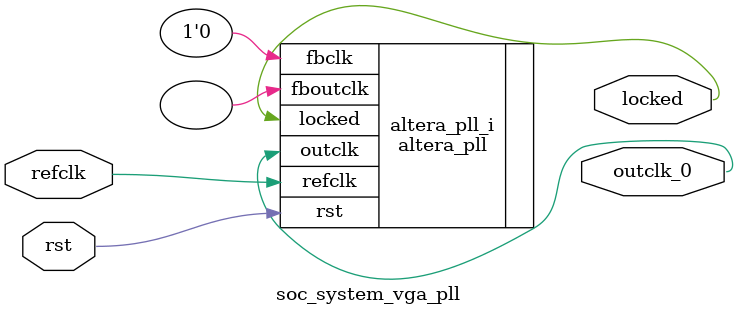
<source format=v>
`timescale 1ns/10ps
module  soc_system_vga_pll(

	// interface 'refclk'
	input wire refclk,

	// interface 'reset'
	input wire rst,

	// interface 'outclk0'
	output wire outclk_0,

	// interface 'locked'
	output wire locked
);

	altera_pll #(
		.fractional_vco_multiplier("false"),
		.reference_clock_frequency("50.0 MHz"),
		.operation_mode("direct"),
		.number_of_clocks(1),
		.output_clock_frequency0("25.000000 MHz"),
		.phase_shift0("0 ps"),
		.duty_cycle0(50),
		.output_clock_frequency1("0 MHz"),
		.phase_shift1("0 ps"),
		.duty_cycle1(50),
		.output_clock_frequency2("0 MHz"),
		.phase_shift2("0 ps"),
		.duty_cycle2(50),
		.output_clock_frequency3("0 MHz"),
		.phase_shift3("0 ps"),
		.duty_cycle3(50),
		.output_clock_frequency4("0 MHz"),
		.phase_shift4("0 ps"),
		.duty_cycle4(50),
		.output_clock_frequency5("0 MHz"),
		.phase_shift5("0 ps"),
		.duty_cycle5(50),
		.output_clock_frequency6("0 MHz"),
		.phase_shift6("0 ps"),
		.duty_cycle6(50),
		.output_clock_frequency7("0 MHz"),
		.phase_shift7("0 ps"),
		.duty_cycle7(50),
		.output_clock_frequency8("0 MHz"),
		.phase_shift8("0 ps"),
		.duty_cycle8(50),
		.output_clock_frequency9("0 MHz"),
		.phase_shift9("0 ps"),
		.duty_cycle9(50),
		.output_clock_frequency10("0 MHz"),
		.phase_shift10("0 ps"),
		.duty_cycle10(50),
		.output_clock_frequency11("0 MHz"),
		.phase_shift11("0 ps"),
		.duty_cycle11(50),
		.output_clock_frequency12("0 MHz"),
		.phase_shift12("0 ps"),
		.duty_cycle12(50),
		.output_clock_frequency13("0 MHz"),
		.phase_shift13("0 ps"),
		.duty_cycle13(50),
		.output_clock_frequency14("0 MHz"),
		.phase_shift14("0 ps"),
		.duty_cycle14(50),
		.output_clock_frequency15("0 MHz"),
		.phase_shift15("0 ps"),
		.duty_cycle15(50),
		.output_clock_frequency16("0 MHz"),
		.phase_shift16("0 ps"),
		.duty_cycle16(50),
		.output_clock_frequency17("0 MHz"),
		.phase_shift17("0 ps"),
		.duty_cycle17(50),
		.pll_type("General"),
		.pll_subtype("General")
	) altera_pll_i (
		.rst	(rst),
		.outclk	({outclk_0}),
		.locked	(locked),
		.fboutclk	( ),
		.fbclk	(1'b0),
		.refclk	(refclk)
	);
endmodule


</source>
